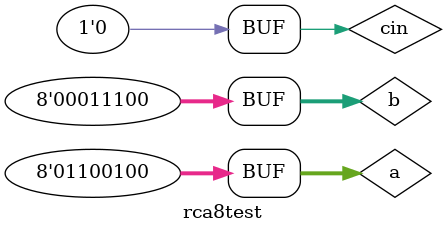
<source format=v>
`timescale 1ns / 1ps


module rca8test;

	// Inputs
	reg [7:0] a;
	reg [7:0] b;
	reg cin;

	// Outputs
	wire [7:0] s;
	wire cout;

	// Instantiate the Unit Under Test (UUT)
	Ripple8bit uut (
		.a(a), 
		.b(b), 
		.cin(cin), 
		.s(s), 
		.cout(cout)
	);

	initial begin
	$monitor ("a = %d, b = %d, cin = %d, s = %d, cout = %d", a, b, cin, s, cout);
		// Initialize Inputs
		//general cases
		a = 8'd53; b = 8'd52; cin = 0;
		#100;
		a = 8'd53; b = 8'd52; cin = 1;
		#100;
		//corner cases
		a = 8'd128; b = 8'd0; cin = 0;
		#100;
		a = 8'd64; b = 8'd64; cin = 1;
		#100;
		a = 8'd100; b = 8'd28; cin = 0;
	end
      
endmodule


</source>
